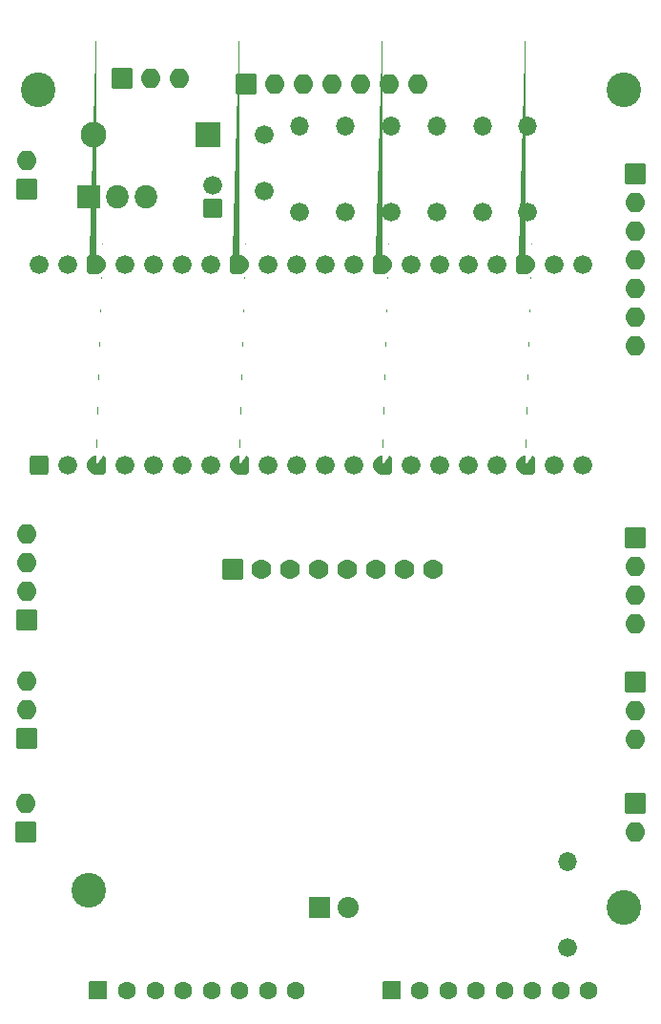
<source format=gbs>
G04 #@! TF.GenerationSoftware,KiCad,Pcbnew,8.0.8*
G04 #@! TF.CreationDate,2025-01-15T21:47:26-05:00*
G04 #@! TF.ProjectId,mainboard,6d61696e-626f-4617-9264-2e6b69636164,rev?*
G04 #@! TF.SameCoordinates,Original*
G04 #@! TF.FileFunction,Soldermask,Bot*
G04 #@! TF.FilePolarity,Negative*
%FSLAX46Y46*%
G04 Gerber Fmt 4.6, Leading zero omitted, Abs format (unit mm)*
G04 Created by KiCad (PCBNEW 8.0.8) date 2025-01-15 21:47:26*
%MOMM*%
%LPD*%
G01*
G04 APERTURE LIST*
G04 Aperture macros list*
%AMRoundRect*
0 Rectangle with rounded corners*
0 $1 Rounding radius*
0 $2 $3 $4 $5 $6 $7 $8 $9 X,Y pos of 4 corners*
0 Add a 4 corners polygon primitive as box body*
4,1,4,$2,$3,$4,$5,$6,$7,$8,$9,$2,$3,0*
0 Add four circle primitives for the rounded corners*
1,1,$1+$1,$2,$3*
1,1,$1+$1,$4,$5*
1,1,$1+$1,$6,$7*
1,1,$1+$1,$8,$9*
0 Add four rect primitives between the rounded corners*
20,1,$1+$1,$2,$3,$4,$5,0*
20,1,$1+$1,$4,$5,$6,$7,0*
20,1,$1+$1,$6,$7,$8,$9,0*
20,1,$1+$1,$8,$9,$2,$3,0*%
%AMFreePoly0*
4,1,51,0.612105,0.832986,0.644504,0.832986,0.660992,0.829223,0.741186,0.790603,0.754407,0.780059,0.809903,0.710470,0.817241,0.695233,0.837047,0.608456,0.838000,0.600000,0.838000,-0.600000,0.837047,-0.608456,0.817241,-0.695233,0.809903,-0.710470,0.754407,-0.780059,0.741186,-0.790603,0.660992,-0.829223,0.644504,-0.832986,0.612105,-0.832986,0.600000,-0.838000,0.000000,-0.838000,
-0.004255,-0.837761,-0.182272,-0.817703,-0.190568,-0.815810,-0.359658,-0.756643,-0.367324,-0.752951,-0.519009,-0.657641,-0.525662,-0.652335,-0.652335,-0.525662,-0.657641,-0.519009,-0.752951,-0.367324,-0.756643,-0.359658,-0.815810,-0.190568,-0.817703,-0.182272,-0.837761,-0.004255,-0.837761,0.004255,-0.817703,0.182272,-0.815810,0.190568,-0.756643,0.359658,-0.752951,0.367324,-0.657641,0.519009,
-0.652335,0.525662,-0.525662,0.652335,-0.519009,0.657641,-0.367324,0.752951,-0.359658,0.756643,-0.190568,0.815810,-0.182272,0.817703,-0.004255,0.837761,0.000000,0.838000,0.600000,0.838000,0.612105,0.832986,0.612105,0.832986,$1*%
%AMFreePoly1*
4,1,51,0.004255,0.837761,0.182272,0.817703,0.190568,0.815810,0.359658,0.756643,0.367324,0.752951,0.519009,0.657641,0.525662,0.652335,0.652335,0.525662,0.657641,0.519009,0.752951,0.367324,0.756643,0.359658,0.815810,0.190568,0.817703,0.182272,0.837761,0.004255,0.837761,-0.004255,0.817703,-0.182272,0.815810,-0.190568,0.756643,-0.359658,0.752951,-0.367324,0.657641,-0.519009,
0.652335,-0.525662,0.525662,-0.652335,0.519009,-0.657641,0.367324,-0.752951,0.359658,-0.756643,0.190568,-0.815810,0.182272,-0.817703,0.004255,-0.837761,0.000000,-0.838000,-0.600000,-0.838000,-0.612105,-0.832986,-0.644504,-0.832986,-0.660992,-0.829223,-0.741186,-0.790603,-0.754407,-0.780059,-0.809903,-0.710470,-0.817241,-0.695233,-0.837047,-0.608456,-0.838000,-0.600000,-0.838000,0.600000,
-0.837047,0.608456,-0.817241,0.695233,-0.809903,0.710470,-0.754407,0.780059,-0.741186,0.790603,-0.660992,0.829223,-0.644504,0.832986,-0.612105,0.832986,-0.600000,0.838000,0.000000,0.838000,0.004255,0.837761,0.004255,0.837761,$1*%
G04 Aperture macros list end*
%ADD10RoundRect,0.038000X0.800000X-0.800000X0.800000X0.800000X-0.800000X0.800000X-0.800000X-0.800000X0*%
%ADD11C,1.676000*%
%ADD12RoundRect,0.038000X1.100000X1.100000X-1.100000X1.100000X-1.100000X-1.100000X1.100000X-1.100000X0*%
%ADD13O,2.276000X2.276000*%
%ADD14C,3.076000*%
%ADD15RoundRect,0.209500X0.628500X-0.628500X0.628500X0.628500X-0.628500X0.628500X-0.628500X-0.628500X0*%
%ADD16FreePoly0,90.000000*%
%ADD17FreePoly1,90.000000*%
%ADD18O,1.676000X1.676000*%
%ADD19O,1.776000X1.776000*%
%ADD20RoundRect,0.038000X0.850000X-0.850000X0.850000X0.850000X-0.850000X0.850000X-0.850000X-0.850000X0*%
%ADD21RoundRect,0.038000X-0.900000X-0.900000X0.900000X-0.900000X0.900000X0.900000X-0.900000X0.900000X0*%
%ADD22C,1.876000*%
%ADD23RoundRect,0.038000X-0.850000X-0.850000X0.850000X-0.850000X0.850000X0.850000X-0.850000X0.850000X0*%
%ADD24C,1.776000*%
%ADD25RoundRect,0.038000X-0.952500X-1.000000X0.952500X-1.000000X0.952500X1.000000X-0.952500X1.000000X0*%
%ADD26O,1.981000X2.076000*%
%ADD27RoundRect,0.038000X0.850000X0.850000X-0.850000X0.850000X-0.850000X-0.850000X0.850000X-0.850000X0*%
%ADD28RoundRect,0.038000X-0.762000X-0.762000X0.762000X-0.762000X0.762000X0.762000X-0.762000X0.762000X0*%
%ADD29C,1.600000*%
G04 APERTURE END LIST*
D10*
G04 #@! TO.C,C2*
X153000000Y-61000000D03*
D11*
X153000000Y-59000000D03*
G04 #@! TD*
D12*
G04 #@! TO.C,D5*
X152580000Y-54500000D03*
D13*
X142420000Y-54500000D03*
G04 #@! TD*
D14*
G04 #@! TO.C,H4*
X189500000Y-123000000D03*
G04 #@! TD*
D11*
G04 #@! TO.C,C1*
X157500000Y-59500000D03*
X157500000Y-54500000D03*
G04 #@! TD*
D15*
G04 #@! TO.C,A2*
X137520000Y-83780000D03*
D11*
X140060000Y-83780000D03*
D16*
X142600000Y-83780000D03*
D11*
X145140000Y-83780000D03*
X147680000Y-83780000D03*
X150220000Y-83780000D03*
X152760000Y-83780000D03*
D16*
X155300000Y-83780000D03*
D11*
X157840000Y-83780000D03*
X160380000Y-83780000D03*
X162920000Y-83780000D03*
X165460000Y-83780000D03*
D16*
X168000000Y-83780000D03*
D11*
X170540000Y-83780000D03*
X173080000Y-83780000D03*
X175620000Y-83780000D03*
X178160000Y-83780000D03*
D16*
X180700000Y-83780000D03*
D11*
X183240000Y-83780000D03*
X185780000Y-83780000D03*
X185780000Y-66000000D03*
X183240000Y-66000000D03*
D17*
X180700000Y-66000000D03*
D11*
X178160000Y-66000000D03*
X175620000Y-66000000D03*
X173080000Y-66000000D03*
X170540000Y-66000000D03*
D17*
X168000000Y-66000000D03*
D11*
X165460000Y-66000000D03*
X162920000Y-66000000D03*
X160380000Y-66000000D03*
X157840000Y-66000000D03*
D17*
X155300000Y-66000000D03*
D11*
X152760000Y-66000000D03*
X150220000Y-66000000D03*
X147680000Y-66000000D03*
X145140000Y-66000000D03*
D17*
X142600000Y-66000000D03*
D11*
X140060000Y-66000000D03*
X137520000Y-66000000D03*
G04 #@! TD*
G04 #@! TO.C,R6*
X180950000Y-61310000D03*
D18*
X180950000Y-53690000D03*
G04 #@! TD*
D19*
G04 #@! TO.C,SW1*
X150000000Y-49500000D03*
X147460000Y-49500000D03*
D20*
X144920000Y-49500000D03*
G04 #@! TD*
D21*
G04 #@! TO.C,D4*
X162460000Y-123000000D03*
D22*
X165000000Y-123000000D03*
G04 #@! TD*
D11*
G04 #@! TO.C,R4*
X172850000Y-61310000D03*
D18*
X172850000Y-53690000D03*
G04 #@! TD*
D14*
G04 #@! TO.C,H2*
X189500000Y-50500000D03*
G04 #@! TD*
D23*
G04 #@! TO.C,J4*
X190500000Y-90200000D03*
D19*
X190500000Y-92740000D03*
X190500000Y-95280000D03*
X190500000Y-97820000D03*
G04 #@! TD*
D23*
G04 #@! TO.C,U1*
X154720000Y-93000000D03*
D24*
X157260000Y-93000000D03*
X159800000Y-93000000D03*
X162340000Y-93000000D03*
X164880000Y-93000000D03*
X167420000Y-93000000D03*
X169960000Y-93000000D03*
X172500000Y-93000000D03*
G04 #@! TD*
D25*
G04 #@! TO.C,U2*
X141960000Y-60000000D03*
D26*
X144500000Y-60000000D03*
X147040000Y-60000000D03*
G04 #@! TD*
D27*
G04 #@! TO.C,J9*
X136375000Y-116275000D03*
D19*
X136375000Y-113735000D03*
G04 #@! TD*
D11*
G04 #@! TO.C,R1*
X160700000Y-61310000D03*
D18*
X160700000Y-53690000D03*
G04 #@! TD*
D23*
G04 #@! TO.C,J11*
X190500000Y-57960000D03*
D19*
X190500000Y-60500000D03*
X190500000Y-63040000D03*
X190500000Y-65580000D03*
X190500000Y-68120000D03*
X190500000Y-70660000D03*
X190500000Y-73200000D03*
G04 #@! TD*
D23*
G04 #@! TO.C,J10*
X190500000Y-113725000D03*
D19*
X190500000Y-116265000D03*
G04 #@! TD*
D14*
G04 #@! TO.C,H1*
X137500000Y-50500000D03*
G04 #@! TD*
D27*
G04 #@! TO.C,BT1*
X136500000Y-59275000D03*
D19*
X136500000Y-56735000D03*
G04 #@! TD*
D11*
G04 #@! TO.C,R3*
X168800000Y-61310000D03*
D18*
X168800000Y-53690000D03*
G04 #@! TD*
D11*
G04 #@! TO.C,R2*
X164750000Y-61310000D03*
D18*
X164750000Y-53690000D03*
G04 #@! TD*
D28*
G04 #@! TO.C,J1*
X168850000Y-130350000D03*
D29*
X171350000Y-130350000D03*
X173850000Y-130350000D03*
X176350000Y-130350000D03*
X178850000Y-130350000D03*
X181350000Y-130350000D03*
X183850000Y-130350000D03*
X186350000Y-130350000D03*
G04 #@! TD*
D20*
G04 #@! TO.C,J6*
X155960000Y-50000000D03*
D19*
X158500000Y-50000000D03*
X161040000Y-50000000D03*
X163580000Y-50000000D03*
X166120000Y-50000000D03*
X168660000Y-50000000D03*
X171200000Y-50000000D03*
G04 #@! TD*
D27*
G04 #@! TO.C,J7*
X136500000Y-108000000D03*
D19*
X136500000Y-105460000D03*
X136500000Y-102920000D03*
G04 #@! TD*
D27*
G04 #@! TO.C,J3*
X136500000Y-97500000D03*
D19*
X136500000Y-94960000D03*
X136500000Y-92420000D03*
X136500000Y-89880000D03*
G04 #@! TD*
D14*
G04 #@! TO.C,H3*
X142000000Y-121500000D03*
G04 #@! TD*
D11*
G04 #@! TO.C,R7*
X184500000Y-126500000D03*
D18*
X184500000Y-118880000D03*
G04 #@! TD*
D28*
G04 #@! TO.C,J2*
X142850000Y-130350000D03*
D29*
X145350000Y-130350000D03*
X147850000Y-130350000D03*
X150350000Y-130350000D03*
X152850000Y-130350000D03*
X155350000Y-130350000D03*
X157850000Y-130350000D03*
X160350000Y-130350000D03*
G04 #@! TD*
D11*
G04 #@! TO.C,R5*
X176900000Y-61310000D03*
D18*
X176900000Y-53690000D03*
G04 #@! TD*
D23*
G04 #@! TO.C,J8*
X190500000Y-102975000D03*
D19*
X190500000Y-105515000D03*
X190500000Y-108055000D03*
G04 #@! TD*
M02*

</source>
